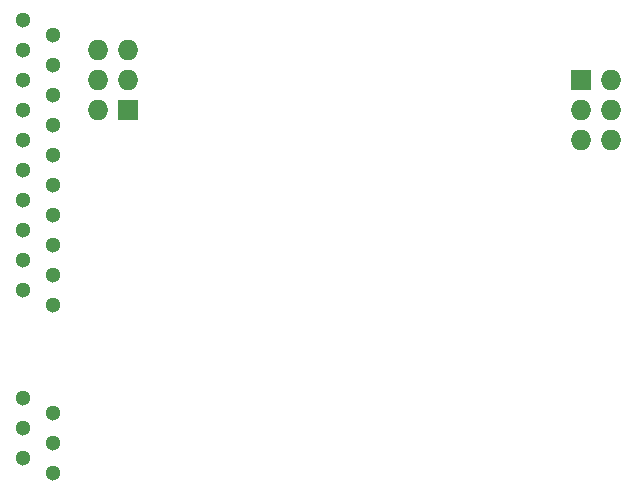
<source format=gbs>
G04 #@! TF.FileFunction,Soldermask,Bot*
%FSLAX46Y46*%
G04 Gerber Fmt 4.6, Leading zero omitted, Abs format (unit mm)*
G04 Created by KiCad (PCBNEW 4.0.7-e2-6376~58~ubuntu16.04.1) date Fri Feb 16 15:48:39 2018*
%MOMM*%
%LPD*%
G01*
G04 APERTURE LIST*
%ADD10C,0.100000*%
%ADD11C,1.300000*%
%ADD12R,1.727200X1.727200*%
%ADD13O,1.727200X1.727200*%
G04 APERTURE END LIST*
D10*
D11*
X142443200Y-133400800D03*
X142443200Y-130860800D03*
X142443200Y-128320800D03*
X144983200Y-129590800D03*
X144983200Y-132130800D03*
X144983200Y-134670800D03*
X142443200Y-101396800D03*
X142443200Y-98856800D03*
X142443200Y-96316800D03*
X142443200Y-103936800D03*
X144983200Y-97586800D03*
X144983200Y-100126800D03*
X144983200Y-102666800D03*
X144983200Y-105206800D03*
X142443200Y-106476800D03*
X144983200Y-107746800D03*
X142443200Y-109016800D03*
X144983200Y-110286800D03*
X142443200Y-111556800D03*
X144983200Y-112826800D03*
X142443200Y-114096800D03*
X144983200Y-115366800D03*
X142443200Y-116636800D03*
X144983200Y-117906800D03*
X142443200Y-119176800D03*
X144983200Y-120446800D03*
D12*
X151333200Y-103936800D03*
D13*
X148793200Y-103936800D03*
X151333200Y-101396800D03*
X148793200Y-101396800D03*
X151333200Y-98856800D03*
X148793200Y-98856800D03*
D12*
X189687200Y-101396800D03*
D13*
X192227200Y-101396800D03*
X189687200Y-103936800D03*
X192227200Y-103936800D03*
X189687200Y-106476800D03*
X192227200Y-106476800D03*
M02*

</source>
